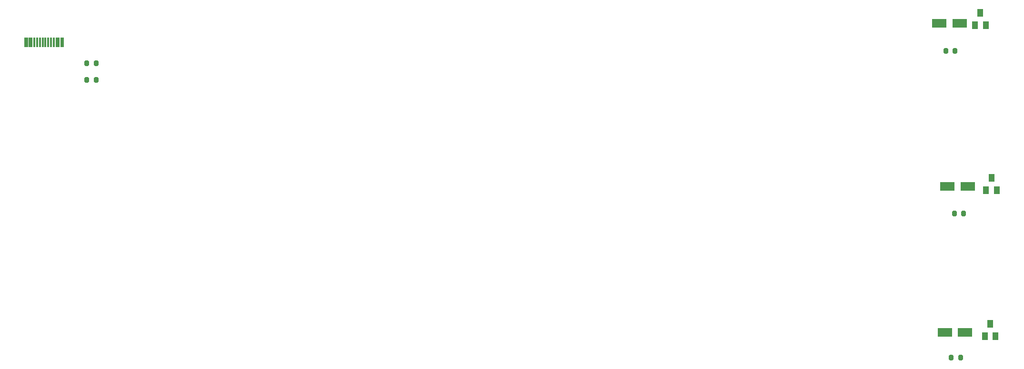
<source format=gbr>
%TF.GenerationSoftware,KiCad,Pcbnew,(6.0.11)*%
%TF.CreationDate,2023-07-11T13:36:52+02:00*%
%TF.ProjectId,T-DISPLAY-S3,542d4449-5350-44c4-9159-2d53332e6b69,1*%
%TF.SameCoordinates,Original*%
%TF.FileFunction,Paste,Top*%
%TF.FilePolarity,Positive*%
%FSLAX46Y46*%
G04 Gerber Fmt 4.6, Leading zero omitted, Abs format (unit mm)*
G04 Created by KiCad (PCBNEW (6.0.11)) date 2023-07-11 13:36:52*
%MOMM*%
%LPD*%
G01*
G04 APERTURE LIST*
G04 Aperture macros list*
%AMRoundRect*
0 Rectangle with rounded corners*
0 $1 Rounding radius*
0 $2 $3 $4 $5 $6 $7 $8 $9 X,Y pos of 4 corners*
0 Add a 4 corners polygon primitive as box body*
4,1,4,$2,$3,$4,$5,$6,$7,$8,$9,$2,$3,0*
0 Add four circle primitives for the rounded corners*
1,1,$1+$1,$2,$3*
1,1,$1+$1,$4,$5*
1,1,$1+$1,$6,$7*
1,1,$1+$1,$8,$9*
0 Add four rect primitives between the rounded corners*
20,1,$1+$1,$2,$3,$4,$5,0*
20,1,$1+$1,$4,$5,$6,$7,0*
20,1,$1+$1,$6,$7,$8,$9,0*
20,1,$1+$1,$8,$9,$2,$3,0*%
G04 Aperture macros list end*
%ADD10R,1.000000X1.400000*%
%ADD11RoundRect,0.250000X-1.050000X-0.550000X1.050000X-0.550000X1.050000X0.550000X-1.050000X0.550000X0*%
%ADD12R,0.300000X1.750000*%
%ADD13RoundRect,0.200000X-0.200000X-0.275000X0.200000X-0.275000X0.200000X0.275000X-0.200000X0.275000X0*%
G04 APERTURE END LIST*
D10*
%TO.C,Q3*%
X273939000Y-249809000D03*
X275839000Y-249809000D03*
X274889000Y-247609000D03*
%TD*%
%TO.C,Q2*%
X274132000Y-223815000D03*
X276032000Y-223815000D03*
X275082000Y-221615000D03*
%TD*%
D11*
%TO.C,C2*%
X267272000Y-223139000D03*
X270872000Y-223139000D03*
%TD*%
%TO.C,C3*%
X266783000Y-249174000D03*
X270383000Y-249174000D03*
%TD*%
D12*
%TO.C,J2*%
X110030000Y-197460000D03*
X109230000Y-197460000D03*
X107930000Y-197460000D03*
X106930000Y-197460000D03*
X106430000Y-197460000D03*
X105430000Y-197460000D03*
X104130000Y-197460000D03*
X103330000Y-197460000D03*
X103630000Y-197460000D03*
X104430000Y-197460000D03*
X104930000Y-197460000D03*
X105930000Y-197460000D03*
X107430000Y-197460000D03*
X108430000Y-197460000D03*
X108930000Y-197460000D03*
X109730000Y-197460000D03*
%TD*%
D11*
%TO.C,C1*%
X265833000Y-194142000D03*
X269433000Y-194142000D03*
%TD*%
D10*
%TO.C,Q1*%
X272166000Y-194437000D03*
X274066000Y-194437000D03*
X273116000Y-192237000D03*
%TD*%
D13*
%TO.C,R2*%
X268479000Y-227965000D03*
X270129000Y-227965000D03*
%TD*%
%TO.C,R3*%
X114275000Y-201222500D03*
X115925000Y-201222500D03*
%TD*%
%TO.C,R4*%
X114275000Y-204152500D03*
X115925000Y-204152500D03*
%TD*%
%TO.C,R1*%
X266955000Y-199009000D03*
X268605000Y-199009000D03*
%TD*%
%TO.C,R5*%
X267927000Y-253619000D03*
X269577000Y-253619000D03*
%TD*%
M02*

</source>
